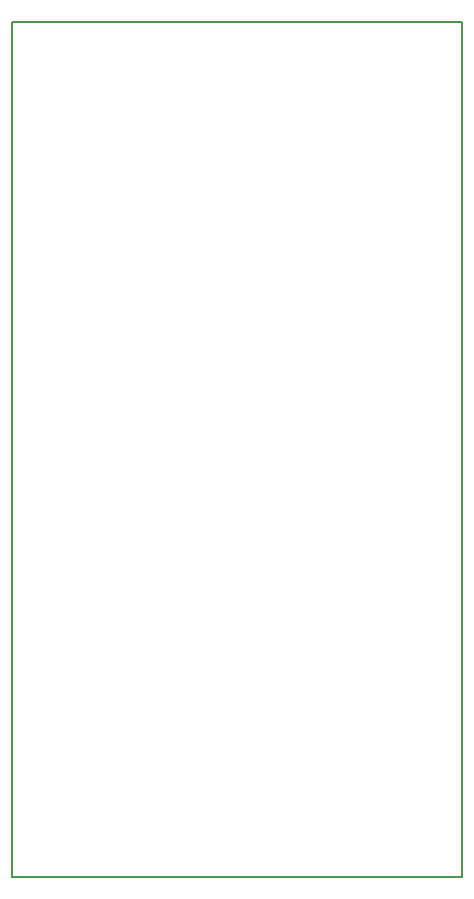
<source format=gbr>
G04 #@! TF.FileFunction,Profile,NP*
%FSLAX46Y46*%
G04 Gerber Fmt 4.6, Leading zero omitted, Abs format (unit mm)*
G04 Created by KiCad (PCBNEW 4.0.5) date 01/02/17 19:36:28*
%MOMM*%
%LPD*%
G01*
G04 APERTURE LIST*
%ADD10C,0.100000*%
%ADD11C,0.150000*%
G04 APERTURE END LIST*
D10*
D11*
X38100000Y0D02*
X0Y0D01*
X0Y-72390000D02*
X0Y0D01*
X38100000Y-72390000D02*
X0Y-72390000D01*
X38100000Y0D02*
X38100000Y-72390000D01*
M02*

</source>
